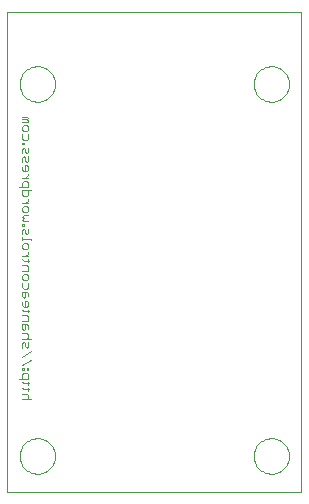
<source format=gbo>
G75*
%MOIN*%
%OFA0B0*%
%FSLAX24Y24*%
%IPPOS*%
%LPD*%
%AMOC8*
5,1,8,0,0,1.08239X$1,22.5*
%
%ADD10C,0.0000*%
%ADD11C,0.0030*%
D10*
X000280Y000280D02*
X000280Y016280D01*
X010080Y016280D01*
X010080Y000280D01*
X000280Y000280D01*
X000689Y001480D02*
X000691Y001528D01*
X000697Y001576D01*
X000707Y001623D01*
X000720Y001669D01*
X000738Y001714D01*
X000758Y001758D01*
X000783Y001800D01*
X000811Y001839D01*
X000841Y001876D01*
X000875Y001910D01*
X000912Y001942D01*
X000950Y001971D01*
X000991Y001996D01*
X001034Y002018D01*
X001079Y002036D01*
X001125Y002050D01*
X001172Y002061D01*
X001220Y002068D01*
X001268Y002071D01*
X001316Y002070D01*
X001364Y002065D01*
X001412Y002056D01*
X001458Y002044D01*
X001503Y002027D01*
X001547Y002007D01*
X001589Y001984D01*
X001629Y001957D01*
X001667Y001927D01*
X001702Y001894D01*
X001734Y001858D01*
X001764Y001820D01*
X001790Y001779D01*
X001812Y001736D01*
X001832Y001692D01*
X001847Y001647D01*
X001859Y001600D01*
X001867Y001552D01*
X001871Y001504D01*
X001871Y001456D01*
X001867Y001408D01*
X001859Y001360D01*
X001847Y001313D01*
X001832Y001268D01*
X001812Y001224D01*
X001790Y001181D01*
X001764Y001140D01*
X001734Y001102D01*
X001702Y001066D01*
X001667Y001033D01*
X001629Y001003D01*
X001589Y000976D01*
X001547Y000953D01*
X001503Y000933D01*
X001458Y000916D01*
X001412Y000904D01*
X001364Y000895D01*
X001316Y000890D01*
X001268Y000889D01*
X001220Y000892D01*
X001172Y000899D01*
X001125Y000910D01*
X001079Y000924D01*
X001034Y000942D01*
X000991Y000964D01*
X000950Y000989D01*
X000912Y001018D01*
X000875Y001050D01*
X000841Y001084D01*
X000811Y001121D01*
X000783Y001160D01*
X000758Y001202D01*
X000738Y001246D01*
X000720Y001291D01*
X000707Y001337D01*
X000697Y001384D01*
X000691Y001432D01*
X000689Y001480D01*
X000689Y013880D02*
X000691Y013928D01*
X000697Y013976D01*
X000707Y014023D01*
X000720Y014069D01*
X000738Y014114D01*
X000758Y014158D01*
X000783Y014200D01*
X000811Y014239D01*
X000841Y014276D01*
X000875Y014310D01*
X000912Y014342D01*
X000950Y014371D01*
X000991Y014396D01*
X001034Y014418D01*
X001079Y014436D01*
X001125Y014450D01*
X001172Y014461D01*
X001220Y014468D01*
X001268Y014471D01*
X001316Y014470D01*
X001364Y014465D01*
X001412Y014456D01*
X001458Y014444D01*
X001503Y014427D01*
X001547Y014407D01*
X001589Y014384D01*
X001629Y014357D01*
X001667Y014327D01*
X001702Y014294D01*
X001734Y014258D01*
X001764Y014220D01*
X001790Y014179D01*
X001812Y014136D01*
X001832Y014092D01*
X001847Y014047D01*
X001859Y014000D01*
X001867Y013952D01*
X001871Y013904D01*
X001871Y013856D01*
X001867Y013808D01*
X001859Y013760D01*
X001847Y013713D01*
X001832Y013668D01*
X001812Y013624D01*
X001790Y013581D01*
X001764Y013540D01*
X001734Y013502D01*
X001702Y013466D01*
X001667Y013433D01*
X001629Y013403D01*
X001589Y013376D01*
X001547Y013353D01*
X001503Y013333D01*
X001458Y013316D01*
X001412Y013304D01*
X001364Y013295D01*
X001316Y013290D01*
X001268Y013289D01*
X001220Y013292D01*
X001172Y013299D01*
X001125Y013310D01*
X001079Y013324D01*
X001034Y013342D01*
X000991Y013364D01*
X000950Y013389D01*
X000912Y013418D01*
X000875Y013450D01*
X000841Y013484D01*
X000811Y013521D01*
X000783Y013560D01*
X000758Y013602D01*
X000738Y013646D01*
X000720Y013691D01*
X000707Y013737D01*
X000697Y013784D01*
X000691Y013832D01*
X000689Y013880D01*
X008489Y013880D02*
X008491Y013928D01*
X008497Y013976D01*
X008507Y014023D01*
X008520Y014069D01*
X008538Y014114D01*
X008558Y014158D01*
X008583Y014200D01*
X008611Y014239D01*
X008641Y014276D01*
X008675Y014310D01*
X008712Y014342D01*
X008750Y014371D01*
X008791Y014396D01*
X008834Y014418D01*
X008879Y014436D01*
X008925Y014450D01*
X008972Y014461D01*
X009020Y014468D01*
X009068Y014471D01*
X009116Y014470D01*
X009164Y014465D01*
X009212Y014456D01*
X009258Y014444D01*
X009303Y014427D01*
X009347Y014407D01*
X009389Y014384D01*
X009429Y014357D01*
X009467Y014327D01*
X009502Y014294D01*
X009534Y014258D01*
X009564Y014220D01*
X009590Y014179D01*
X009612Y014136D01*
X009632Y014092D01*
X009647Y014047D01*
X009659Y014000D01*
X009667Y013952D01*
X009671Y013904D01*
X009671Y013856D01*
X009667Y013808D01*
X009659Y013760D01*
X009647Y013713D01*
X009632Y013668D01*
X009612Y013624D01*
X009590Y013581D01*
X009564Y013540D01*
X009534Y013502D01*
X009502Y013466D01*
X009467Y013433D01*
X009429Y013403D01*
X009389Y013376D01*
X009347Y013353D01*
X009303Y013333D01*
X009258Y013316D01*
X009212Y013304D01*
X009164Y013295D01*
X009116Y013290D01*
X009068Y013289D01*
X009020Y013292D01*
X008972Y013299D01*
X008925Y013310D01*
X008879Y013324D01*
X008834Y013342D01*
X008791Y013364D01*
X008750Y013389D01*
X008712Y013418D01*
X008675Y013450D01*
X008641Y013484D01*
X008611Y013521D01*
X008583Y013560D01*
X008558Y013602D01*
X008538Y013646D01*
X008520Y013691D01*
X008507Y013737D01*
X008497Y013784D01*
X008491Y013832D01*
X008489Y013880D01*
X008489Y001480D02*
X008491Y001528D01*
X008497Y001576D01*
X008507Y001623D01*
X008520Y001669D01*
X008538Y001714D01*
X008558Y001758D01*
X008583Y001800D01*
X008611Y001839D01*
X008641Y001876D01*
X008675Y001910D01*
X008712Y001942D01*
X008750Y001971D01*
X008791Y001996D01*
X008834Y002018D01*
X008879Y002036D01*
X008925Y002050D01*
X008972Y002061D01*
X009020Y002068D01*
X009068Y002071D01*
X009116Y002070D01*
X009164Y002065D01*
X009212Y002056D01*
X009258Y002044D01*
X009303Y002027D01*
X009347Y002007D01*
X009389Y001984D01*
X009429Y001957D01*
X009467Y001927D01*
X009502Y001894D01*
X009534Y001858D01*
X009564Y001820D01*
X009590Y001779D01*
X009612Y001736D01*
X009632Y001692D01*
X009647Y001647D01*
X009659Y001600D01*
X009667Y001552D01*
X009671Y001504D01*
X009671Y001456D01*
X009667Y001408D01*
X009659Y001360D01*
X009647Y001313D01*
X009632Y001268D01*
X009612Y001224D01*
X009590Y001181D01*
X009564Y001140D01*
X009534Y001102D01*
X009502Y001066D01*
X009467Y001033D01*
X009429Y001003D01*
X009389Y000976D01*
X009347Y000953D01*
X009303Y000933D01*
X009258Y000916D01*
X009212Y000904D01*
X009164Y000895D01*
X009116Y000890D01*
X009068Y000889D01*
X009020Y000892D01*
X008972Y000899D01*
X008925Y000910D01*
X008879Y000924D01*
X008834Y000942D01*
X008791Y000964D01*
X008750Y000989D01*
X008712Y001018D01*
X008675Y001050D01*
X008641Y001084D01*
X008611Y001121D01*
X008583Y001160D01*
X008558Y001202D01*
X008538Y001246D01*
X008520Y001291D01*
X008507Y001337D01*
X008497Y001384D01*
X008491Y001432D01*
X008489Y001480D01*
D11*
X001065Y003368D02*
X000775Y003368D01*
X000920Y003368D02*
X000968Y003416D01*
X000968Y003513D01*
X000920Y003561D01*
X000775Y003561D01*
X000823Y003711D02*
X000775Y003759D01*
X000823Y003711D02*
X001017Y003711D01*
X000968Y003663D02*
X000968Y003759D01*
X000968Y003859D02*
X000968Y003956D01*
X001017Y003907D02*
X000823Y003907D01*
X000775Y003956D01*
X000775Y004055D02*
X000775Y004201D01*
X000823Y004249D01*
X000920Y004249D01*
X000968Y004201D01*
X000968Y004055D01*
X000678Y004055D01*
X000775Y004350D02*
X000823Y004350D01*
X000823Y004398D01*
X000775Y004398D01*
X000775Y004350D01*
X000920Y004350D02*
X000968Y004350D01*
X000968Y004398D01*
X000920Y004398D01*
X000920Y004350D01*
X000775Y004497D02*
X001065Y004691D01*
X001065Y004986D02*
X000775Y004792D01*
X000775Y005087D02*
X000775Y005232D01*
X000823Y005280D01*
X000872Y005232D01*
X000872Y005135D01*
X000920Y005087D01*
X000968Y005135D01*
X000968Y005280D01*
X000920Y005381D02*
X000968Y005430D01*
X000968Y005527D01*
X000920Y005575D01*
X000775Y005575D01*
X000823Y005676D02*
X000872Y005724D01*
X000872Y005870D01*
X000920Y005870D02*
X000775Y005870D01*
X000775Y005724D01*
X000823Y005676D01*
X000968Y005821D02*
X000920Y005870D01*
X000968Y005821D02*
X000968Y005724D01*
X000968Y005971D02*
X000968Y006116D01*
X000920Y006164D01*
X000775Y006164D01*
X000823Y006314D02*
X000775Y006362D01*
X000823Y006314D02*
X001017Y006314D01*
X000968Y006362D02*
X000968Y006265D01*
X000920Y006462D02*
X000968Y006510D01*
X000968Y006607D01*
X000920Y006655D01*
X000872Y006655D01*
X000872Y006462D01*
X000920Y006462D02*
X000823Y006462D01*
X000775Y006510D01*
X000775Y006607D01*
X000823Y006756D02*
X000872Y006805D01*
X000872Y006950D01*
X000920Y006950D02*
X000775Y006950D01*
X000775Y006805D01*
X000823Y006756D01*
X000968Y006902D02*
X000920Y006950D01*
X000968Y006902D02*
X000968Y006805D01*
X000920Y007051D02*
X000823Y007051D01*
X000775Y007099D01*
X000775Y007245D01*
X000823Y007346D02*
X000775Y007394D01*
X000775Y007491D01*
X000823Y007539D01*
X000920Y007539D01*
X000968Y007491D01*
X000968Y007394D01*
X000920Y007346D01*
X000823Y007346D01*
X000968Y007099D02*
X000920Y007051D01*
X000968Y007099D02*
X000968Y007245D01*
X000968Y007640D02*
X000775Y007640D01*
X000775Y007834D02*
X000920Y007834D01*
X000968Y007785D01*
X000968Y007640D01*
X000968Y007935D02*
X000968Y008032D01*
X001017Y007983D02*
X000823Y007983D01*
X000775Y008032D01*
X000775Y008131D02*
X000968Y008131D01*
X000872Y008131D02*
X000968Y008228D01*
X000968Y008277D01*
X000920Y008377D02*
X000823Y008377D01*
X000775Y008425D01*
X000775Y008522D01*
X000823Y008571D01*
X000920Y008571D01*
X000968Y008522D01*
X000968Y008425D01*
X000920Y008377D01*
X000775Y008672D02*
X000775Y008768D01*
X000775Y008720D02*
X001065Y008720D01*
X001065Y008672D01*
X000920Y008868D02*
X000968Y008916D01*
X000968Y009062D01*
X000872Y009013D02*
X000872Y008916D01*
X000920Y008868D01*
X000775Y008868D02*
X000775Y009013D01*
X000823Y009062D01*
X000872Y009013D01*
X000823Y009163D02*
X000823Y009211D01*
X000775Y009211D01*
X000775Y009163D01*
X000823Y009163D01*
X000823Y009310D02*
X000775Y009358D01*
X000823Y009407D01*
X000775Y009455D01*
X000823Y009504D01*
X000968Y009504D01*
X000920Y009605D02*
X000823Y009605D01*
X000775Y009653D01*
X000775Y009750D01*
X000823Y009798D01*
X000920Y009798D01*
X000968Y009750D01*
X000968Y009653D01*
X000920Y009605D01*
X000872Y009899D02*
X000968Y009996D01*
X000968Y010044D01*
X000920Y010145D02*
X000968Y010193D01*
X000968Y010338D01*
X001065Y010338D02*
X000775Y010338D01*
X000775Y010193D01*
X000823Y010145D01*
X000920Y010145D01*
X000968Y010440D02*
X000968Y010585D01*
X000920Y010633D01*
X000823Y010633D01*
X000775Y010585D01*
X000775Y010440D01*
X000678Y010440D02*
X000968Y010440D01*
X000968Y010734D02*
X000775Y010734D01*
X000872Y010734D02*
X000968Y010831D01*
X000968Y010879D01*
X000920Y010980D02*
X000968Y011028D01*
X000968Y011125D01*
X000920Y011173D01*
X000872Y011173D01*
X000872Y010980D01*
X000920Y010980D02*
X000823Y010980D01*
X000775Y011028D01*
X000775Y011125D01*
X000775Y011274D02*
X000775Y011420D01*
X000823Y011468D01*
X000872Y011420D01*
X000872Y011323D01*
X000920Y011274D01*
X000968Y011323D01*
X000968Y011468D01*
X000920Y011569D02*
X000968Y011617D01*
X000968Y011763D01*
X000872Y011714D02*
X000872Y011617D01*
X000920Y011569D01*
X000775Y011569D02*
X000775Y011714D01*
X000823Y011763D01*
X000872Y011714D01*
X000823Y011864D02*
X000823Y011912D01*
X000775Y011912D01*
X000775Y011864D01*
X000823Y011864D01*
X000823Y012011D02*
X000775Y012059D01*
X000775Y012205D01*
X000823Y012306D02*
X000775Y012354D01*
X000775Y012451D01*
X000823Y012499D01*
X000920Y012499D01*
X000968Y012451D01*
X000968Y012354D01*
X000920Y012306D01*
X000823Y012306D01*
X000775Y012600D02*
X000968Y012600D01*
X000968Y012649D01*
X000920Y012697D01*
X000968Y012745D01*
X000920Y012794D01*
X000775Y012794D01*
X000775Y012697D02*
X000920Y012697D01*
X000968Y012205D02*
X000968Y012059D01*
X000920Y012011D01*
X000823Y012011D01*
X000775Y009899D02*
X000968Y009899D01*
X000968Y009310D02*
X000823Y009310D01*
X000775Y005971D02*
X000968Y005971D01*
X001065Y005381D02*
X000775Y005381D01*
M02*

</source>
